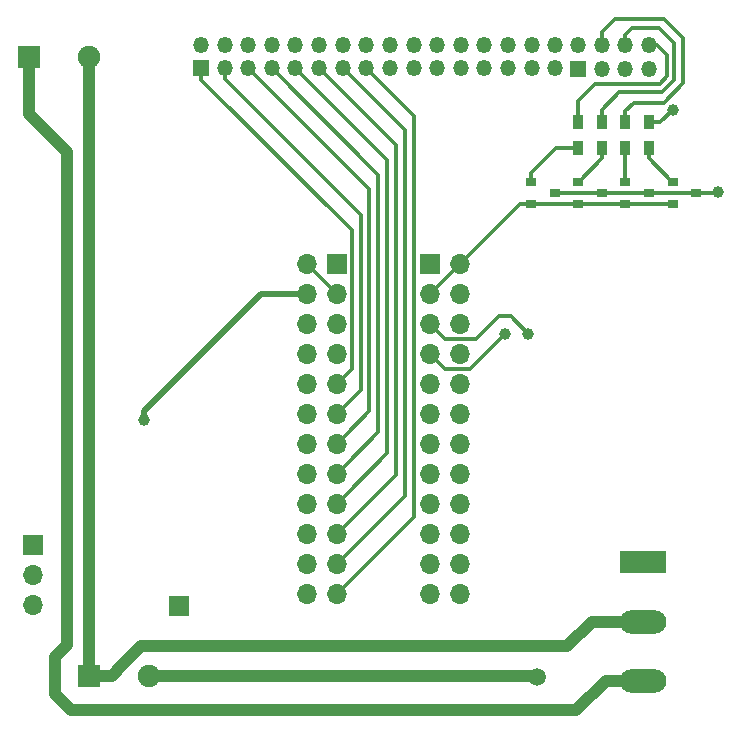
<source format=gtl>
G04 #@! TF.FileFunction,Copper,L1,Top,Signal*
%FSLAX46Y46*%
G04 Gerber Fmt 4.6, Leading zero omitted, Abs format (unit mm)*
G04 Created by KiCad (PCBNEW 4.0.6) date 04/04/18 23:00:04*
%MOMM*%
%LPD*%
G01*
G04 APERTURE LIST*
%ADD10C,0.100000*%
%ADD11R,1.700000X1.700000*%
%ADD12R,3.960000X1.980000*%
%ADD13O,3.960000X1.980000*%
%ADD14O,1.700000X1.700000*%
%ADD15R,1.350000X1.350000*%
%ADD16O,1.350000X1.350000*%
%ADD17R,1.905000X1.905000*%
%ADD18C,1.905000*%
%ADD19R,0.900000X0.800000*%
%ADD20R,0.900000X1.200000*%
%ADD21C,1.000000*%
%ADD22C,1.500000*%
%ADD23C,0.300000*%
%ADD24C,0.500000*%
%ADD25C,1.000000*%
G04 APERTURE END LIST*
D10*
D11*
X48200000Y10700000D03*
D12*
X87460000Y14400000D03*
D13*
X87460000Y9400000D03*
X87460000Y4400000D03*
D11*
X69460000Y39700000D03*
D14*
X72000000Y39700000D03*
X69460000Y37160000D03*
X72000000Y37160000D03*
X69460000Y34620000D03*
X72000000Y34620000D03*
X69460000Y32080000D03*
X72000000Y32080000D03*
X69460000Y29540000D03*
X72000000Y29540000D03*
X69460000Y27000000D03*
X72000000Y27000000D03*
X69460000Y24460000D03*
X72000000Y24460000D03*
X69460000Y21920000D03*
X72000000Y21920000D03*
X69460000Y19380000D03*
X72000000Y19380000D03*
X69460000Y16840000D03*
X72000000Y16840000D03*
X69460000Y14300000D03*
X72000000Y14300000D03*
X69460000Y11760000D03*
X72000000Y11760000D03*
D15*
X50025000Y56250000D03*
D16*
X50025000Y58250000D03*
X52025000Y56250000D03*
X52025000Y58250000D03*
X54025000Y56250000D03*
X54025000Y58250000D03*
X56025000Y56250000D03*
X56025000Y58250000D03*
X58025000Y56250000D03*
X58025000Y58250000D03*
X60025000Y56250000D03*
X60025000Y58250000D03*
X62025000Y56250000D03*
X62025000Y58250000D03*
X64025000Y56250000D03*
X64025000Y58250000D03*
X66025000Y56250000D03*
X66025000Y58250000D03*
X68025000Y56250000D03*
X68025000Y58250000D03*
X70025000Y56250000D03*
X70025000Y58250000D03*
X72025000Y56250000D03*
X72025000Y58250000D03*
X74025000Y56250000D03*
X74025000Y58250000D03*
X76025000Y56250000D03*
X76025000Y58250000D03*
X78025000Y56250000D03*
X78025000Y58250000D03*
X80025000Y56250000D03*
X80025000Y58250000D03*
D15*
X81969857Y56203413D03*
D16*
X81969857Y58203413D03*
X83969857Y56203413D03*
X83969857Y58203413D03*
X85969857Y56203413D03*
X85969857Y58203413D03*
X87969857Y56203413D03*
X87969857Y58203413D03*
D17*
X35460000Y57200000D03*
D18*
X40540000Y57200000D03*
D17*
X40560000Y4800000D03*
D18*
X45640000Y4800000D03*
D11*
X35800000Y15840000D03*
D14*
X35800000Y13300000D03*
X35800000Y10760000D03*
D11*
X61540000Y39700000D03*
D14*
X59000000Y39700000D03*
X61540000Y37160000D03*
X59000000Y37160000D03*
X61540000Y34620000D03*
X59000000Y34620000D03*
X61540000Y32080000D03*
X59000000Y32080000D03*
X61540000Y29540000D03*
X59000000Y29540000D03*
X61540000Y27000000D03*
X59000000Y27000000D03*
X61540000Y24460000D03*
X59000000Y24460000D03*
X61540000Y21920000D03*
X59000000Y21920000D03*
X61540000Y19380000D03*
X59000000Y19380000D03*
X61540000Y16840000D03*
X59000000Y16840000D03*
X61540000Y14300000D03*
X59000000Y14300000D03*
X61540000Y11760000D03*
X59000000Y11760000D03*
D19*
X89969857Y46653413D03*
X89969857Y44753413D03*
X91969857Y45703413D03*
X81969857Y46653413D03*
X81969857Y44753413D03*
X83969857Y45703413D03*
X85969857Y46653413D03*
X85969857Y44753413D03*
X87969857Y45703413D03*
X77969857Y46653413D03*
X77969857Y44753413D03*
X79969857Y45703413D03*
D20*
X87969857Y49503414D03*
X87969857Y51703414D03*
X83969857Y49503414D03*
X83969857Y51703414D03*
X85969857Y49503414D03*
X85969857Y51703414D03*
X81969857Y49503414D03*
X81969857Y51703414D03*
D21*
X45170000Y26480000D03*
X77750000Y33750000D03*
X75750000Y33750000D03*
X93800000Y45800000D03*
D22*
X78510000Y4690000D03*
D21*
X89960000Y52730000D03*
D23*
X85969857Y44753413D02*
X89969857Y44753413D01*
X81969857Y44753413D02*
X85969857Y44753413D01*
X77969857Y44753413D02*
X81969857Y44753413D01*
X72000000Y39700000D02*
X77053413Y44753413D01*
X77053413Y44753413D02*
X77969857Y44753413D01*
X59000000Y39700000D02*
X60200001Y38499999D01*
X60200001Y38499999D02*
X61540000Y37160000D01*
X72000000Y39700000D02*
X71150001Y38850001D01*
X71150001Y38850001D02*
X69460000Y37160000D01*
D24*
X45170000Y26480000D02*
X45170000Y27187106D01*
X57797919Y37160000D02*
X59000000Y37160000D01*
X55142894Y37160000D02*
X57797919Y37160000D01*
X45170000Y27187106D02*
X55142894Y37160000D01*
D23*
X61540000Y29540000D02*
X62790001Y30790001D01*
X62790001Y30790001D02*
X62790001Y42509999D01*
X62790001Y42509999D02*
X50025000Y55275000D01*
X50025000Y55275000D02*
X50025000Y56250000D01*
X52025000Y56250000D02*
X52025000Y55295406D01*
X52025000Y55295406D02*
X63540011Y43780395D01*
X63540011Y43780395D02*
X63540011Y29000011D01*
X63540011Y29000011D02*
X62389999Y27849999D01*
X62389999Y27849999D02*
X61540000Y27000000D01*
X54025000Y56250000D02*
X64290021Y45984979D01*
X64290021Y45984979D02*
X64290021Y27210021D01*
X64290021Y27210021D02*
X62389999Y25309999D01*
X62389999Y25309999D02*
X61540000Y24460000D01*
X56025000Y56250000D02*
X65040031Y47234969D01*
X65040031Y47234969D02*
X65040031Y25420031D01*
X65040031Y25420031D02*
X62389999Y22769999D01*
X62389999Y22769999D02*
X61540000Y21920000D01*
X58025000Y56250000D02*
X65790041Y48484959D01*
X65790041Y48484959D02*
X65790041Y23630041D01*
X65790041Y23630041D02*
X62389999Y20229999D01*
X62389999Y20229999D02*
X61540000Y19380000D01*
X60025000Y56250000D02*
X60025000Y56295406D01*
X60025000Y56295406D02*
X66540051Y49780355D01*
X66540051Y49780355D02*
X66540051Y21840051D01*
X66540051Y21840051D02*
X62389999Y17689999D01*
X62389999Y17689999D02*
X61540000Y16840000D01*
X62025000Y56250000D02*
X67290061Y50984939D01*
X67290061Y50984939D02*
X67290061Y20050061D01*
X67290061Y20050061D02*
X62389999Y15149999D01*
X62389999Y15149999D02*
X61540000Y14300000D01*
X64025000Y56250000D02*
X68040071Y52234929D01*
X68040071Y52234929D02*
X68040071Y18260071D01*
X68040071Y18260071D02*
X62389999Y12609999D01*
X62389999Y12609999D02*
X61540000Y11760000D01*
X75250000Y35250000D02*
X76250000Y35250000D01*
X76250000Y35250000D02*
X77750000Y33750000D01*
X73349999Y33349999D02*
X75250000Y35250000D01*
X69460000Y34620000D02*
X70730001Y33349999D01*
X70730001Y33349999D02*
X73349999Y33349999D01*
X69460000Y32080000D02*
X70730001Y30809999D01*
X70730001Y30809999D02*
X72809999Y30809999D01*
X72809999Y30809999D02*
X75750000Y33750000D01*
X91969857Y45703413D02*
X93703413Y45703413D01*
X93703413Y45703413D02*
X93800000Y45800000D01*
X87969857Y45703413D02*
X91969857Y45703413D01*
X83969857Y45703413D02*
X84719857Y45703413D01*
X84719857Y45703413D02*
X87969857Y45703413D01*
X79969857Y45703413D02*
X80719857Y45703413D01*
X80719857Y45703413D02*
X83969857Y45703413D01*
D25*
X45640000Y4800000D02*
X78400000Y4800000D01*
X78400000Y4800000D02*
X78510000Y4690000D01*
X81040000Y7290000D02*
X83150000Y9400000D01*
X83150000Y9400000D02*
X87460000Y9400000D01*
X44980000Y7290000D02*
X81040000Y7290000D01*
X44980000Y7290000D02*
X42960000Y5270000D01*
X42960000Y5270000D02*
X42960000Y5247500D01*
X42960000Y5247500D02*
X42512500Y4800000D01*
X42512500Y4800000D02*
X40560000Y4800000D01*
X40540000Y57200000D02*
X40540000Y4820000D01*
X40540000Y4820000D02*
X40560000Y4800000D01*
X81820000Y1940000D02*
X84280000Y4400000D01*
X84280000Y4400000D02*
X87460000Y4400000D01*
X39000000Y1940000D02*
X81820000Y1940000D01*
X35460000Y57200000D02*
X35460000Y52380000D01*
X35460000Y52380000D02*
X38687499Y49152501D01*
X38687499Y49152501D02*
X38687499Y7407499D01*
X38687499Y7407499D02*
X37660000Y6380000D01*
X37660000Y6380000D02*
X37660000Y3280000D01*
X37660000Y3280000D02*
X39000000Y1940000D01*
D23*
X87969857Y51703414D02*
X88933414Y51703414D01*
X88933414Y51703414D02*
X89960000Y52730000D01*
X85969857Y51703414D02*
X85969857Y52599857D01*
X83969857Y59349857D02*
X83969857Y58203413D01*
X85050000Y60430000D02*
X83969857Y59349857D01*
X89210000Y60430000D02*
X85050000Y60430000D01*
X90860000Y58780000D02*
X89210000Y60430000D01*
X90860000Y54980000D02*
X90860000Y58780000D01*
X89210000Y53330000D02*
X90860000Y54980000D01*
X86700000Y53330000D02*
X89210000Y53330000D01*
X85969857Y52599857D02*
X86700000Y53330000D01*
X83969857Y51703414D02*
X83969857Y52709857D01*
X85969857Y59099857D02*
X85969857Y58203413D01*
X86520000Y59650000D02*
X85969857Y59099857D01*
X88770000Y59650000D02*
X86520000Y59650000D01*
X90070000Y58350000D02*
X88770000Y59650000D01*
X90070000Y55240000D02*
X90070000Y58350000D01*
X89020000Y54190000D02*
X90070000Y55240000D01*
X85450000Y54190000D02*
X89020000Y54190000D01*
X83969857Y52709857D02*
X85450000Y54190000D01*
X87969857Y58203413D02*
X88636587Y58203413D01*
X88636587Y58203413D02*
X89480000Y57360000D01*
X89480000Y57360000D02*
X89480000Y55550000D01*
X89480000Y55550000D02*
X88870000Y54940000D01*
X88870000Y54940000D02*
X83400000Y54940000D01*
X83400000Y54940000D02*
X81969857Y53509857D01*
X81969857Y53509857D02*
X81969857Y51703414D01*
X87969857Y49503414D02*
X87969857Y48603414D01*
X87969857Y48603414D02*
X89919857Y46653413D01*
X89919857Y46653413D02*
X89969857Y46653413D01*
X83969857Y49503414D02*
X83969857Y48603414D01*
X83969857Y48603414D02*
X82019857Y46653413D01*
X82019857Y46653413D02*
X81969857Y46653413D01*
X85969857Y49503414D02*
X85969857Y46653413D01*
X81969857Y49503414D02*
X80119858Y49503414D01*
X80119858Y49503414D02*
X77969857Y47353413D01*
X77969857Y47353413D02*
X77969857Y46653413D01*
M02*

</source>
